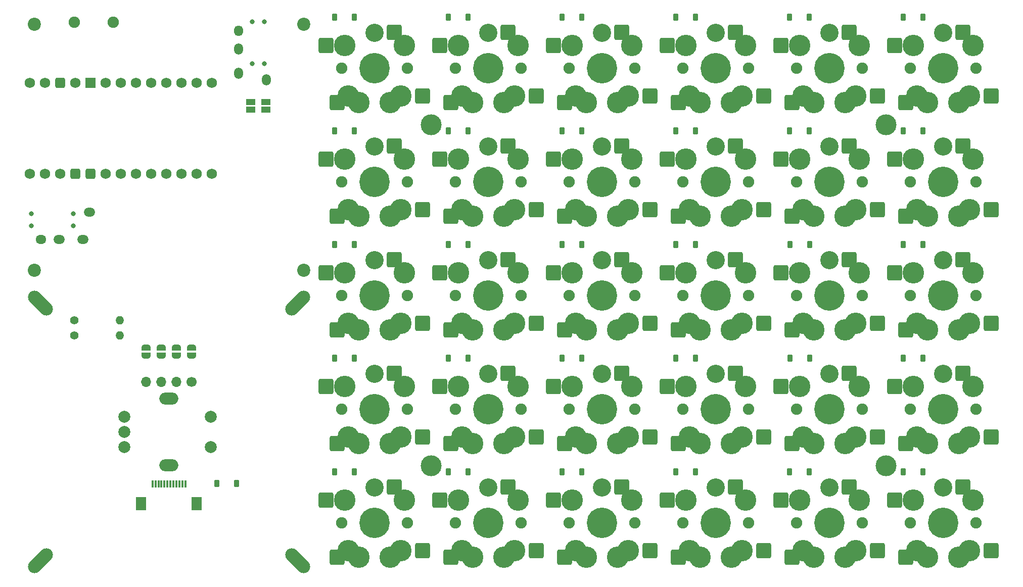
<source format=gbr>
%TF.GenerationSoftware,KiCad,Pcbnew,7.0.5*%
%TF.CreationDate,2024-09-25T00:12:03+08:00*%
%TF.ProjectId,TPS,5450532e-6b69-4636-9164-5f7063625858,rev?*%
%TF.SameCoordinates,Original*%
%TF.FileFunction,Soldermask,Top*%
%TF.FilePolarity,Negative*%
%FSLAX46Y46*%
G04 Gerber Fmt 4.6, Leading zero omitted, Abs format (unit mm)*
G04 Created by KiCad (PCBNEW 7.0.5) date 2024-09-25 00:12:03*
%MOMM*%
%LPD*%
G01*
G04 APERTURE LIST*
G04 Aperture macros list*
%AMRoundRect*
0 Rectangle with rounded corners*
0 $1 Rounding radius*
0 $2 $3 $4 $5 $6 $7 $8 $9 X,Y pos of 4 corners*
0 Add a 4 corners polygon primitive as box body*
4,1,4,$2,$3,$4,$5,$6,$7,$8,$9,$2,$3,0*
0 Add four circle primitives for the rounded corners*
1,1,$1+$1,$2,$3*
1,1,$1+$1,$4,$5*
1,1,$1+$1,$6,$7*
1,1,$1+$1,$8,$9*
0 Add four rect primitives between the rounded corners*
20,1,$1+$1,$2,$3,$4,$5,0*
20,1,$1+$1,$4,$5,$6,$7,0*
20,1,$1+$1,$6,$7,$8,$9,0*
20,1,$1+$1,$8,$9,$2,$3,0*%
%AMHorizOval*
0 Thick line with rounded ends*
0 $1 width*
0 $2 $3 position (X,Y) of the first rounded end (center of the circle)*
0 $4 $5 position (X,Y) of the second rounded end (center of the circle)*
0 Add line between two ends*
20,1,$1,$2,$3,$4,$5,0*
0 Add two circle primitives to create the rounded ends*
1,1,$1,$2,$3*
1,1,$1,$4,$5*%
%AMOutline4P*
0 Free polygon, 4 corners , with rotation*
0 The origin of the aperture is its center*
0 number of corners: always 4*
0 $1 to $8 corner X, Y*
0 $9 Rotation angle, in degrees counterclockwise*
0 create outline with 4 corners*
4,1,4,$1,$2,$3,$4,$5,$6,$7,$8,$1,$2,$9*%
%AMFreePoly0*
4,1,19,0.500000,-0.750000,0.000000,-0.750000,0.000000,-0.744911,-0.071157,-0.744911,-0.207708,-0.704816,-0.327430,-0.627875,-0.420627,-0.520320,-0.479746,-0.390866,-0.500000,-0.250000,-0.500000,0.250000,-0.479746,0.390866,-0.420627,0.520320,-0.327430,0.627875,-0.207708,0.704816,-0.071157,0.744911,0.000000,0.744911,0.000000,0.750000,0.500000,0.750000,0.500000,-0.750000,0.500000,-0.750000,
$1*%
%AMFreePoly1*
4,1,19,0.000000,0.744911,0.071157,0.744911,0.207708,0.704816,0.327430,0.627875,0.420627,0.520320,0.479746,0.390866,0.500000,0.250000,0.500000,-0.250000,0.479746,-0.390866,0.420627,-0.520320,0.327430,-0.627875,0.207708,-0.704816,0.071157,-0.744911,0.000000,-0.744911,0.000000,-0.750000,-0.500000,-0.750000,-0.500000,0.750000,0.000000,0.750000,0.000000,0.744911,0.000000,0.744911,
$1*%
G04 Aperture macros list end*
%ADD10C,0.800000*%
%ADD11O,1.900000X1.500000*%
%ADD12O,1.800000X1.500000*%
%ADD13O,1.500000X1.900000*%
%ADD14O,1.500000X1.800000*%
%ADD15C,2.200000*%
%ADD16C,3.500000*%
%ADD17RoundRect,0.225000X0.225000X0.375000X-0.225000X0.375000X-0.225000X-0.375000X0.225000X-0.375000X0*%
%ADD18HorizOval,2.200000X0.989949X0.989949X-0.989949X-0.989949X0*%
%ADD19C,1.900000*%
%ADD20C,3.050000*%
%ADD21C,5.100000*%
%ADD22C,3.600000*%
%ADD23RoundRect,0.250000X-1.000000X-1.000000X1.000000X-1.000000X1.000000X1.000000X-1.000000X1.000000X0*%
%ADD24FreePoly0,90.000000*%
%ADD25FreePoly1,90.000000*%
%ADD26O,3.200000X2.000000*%
%ADD27C,2.000000*%
%ADD28C,1.400000*%
%ADD29O,1.400000X1.400000*%
%ADD30HorizOval,2.200000X-0.989949X-0.989949X0.989949X0.989949X0*%
%ADD31R,1.500000X1.000000*%
%ADD32HorizOval,2.200000X-0.989949X0.989949X0.989949X-0.989949X0*%
%ADD33C,1.700000*%
%ADD34O,1.700000X1.700000*%
%ADD35R,1.800000X2.200000*%
%ADD36R,0.300000X1.300000*%
%ADD37C,1.752600*%
%ADD38RoundRect,0.438150X0.438150X0.438150X-0.438150X0.438150X-0.438150X-0.438150X0.438150X-0.438150X0*%
%ADD39Outline4P,-0.876300X-0.876300X0.876300X-0.876300X0.876300X0.876300X-0.876300X0.876300X180.000000*%
G04 APERTURE END LIST*
D10*
%TO.C,T2*%
X40211000Y-64937500D03*
X47211000Y-64937500D03*
X40211000Y-62937500D03*
X47211000Y-62937500D03*
D11*
X48811000Y-67237500D03*
D12*
X41763000Y-67237500D03*
D11*
X44811000Y-67237500D03*
X49911000Y-62637500D03*
%TD*%
D10*
%TO.C,T1*%
X77214000Y-30750000D03*
X77214000Y-37750000D03*
X79214000Y-30750000D03*
X79214000Y-37750000D03*
D13*
X74914000Y-39350000D03*
D14*
X74914000Y-32302000D03*
D13*
X74914000Y-35350000D03*
X79514000Y-40450000D03*
%TD*%
D15*
%TO.C,H13*%
X85775000Y-72386000D03*
%TD*%
%TO.C,H12*%
X40661000Y-72386000D03*
%TD*%
D16*
%TO.C,H4*%
X183375000Y-105200000D03*
%TD*%
D17*
%TO.C,D16*%
X151400000Y-30000000D03*
X148100000Y-30000000D03*
%TD*%
D18*
%TO.C,H10*%
X84775000Y-77936000D03*
%TD*%
D17*
%TO.C,D24*%
X170580000Y-87150000D03*
X167280000Y-87150000D03*
%TD*%
D19*
%TO.C,SW19*%
X149300000Y-95675000D03*
D20*
X154800000Y-89775000D03*
D21*
X154800000Y-95675000D03*
D19*
X160300000Y-95675000D03*
D22*
X157400000Y-101425000D03*
D23*
X158100000Y-89675000D03*
D22*
X159200000Y-100375000D03*
X159800000Y-91875000D03*
D23*
X162840000Y-100375000D03*
X146700000Y-91875000D03*
X148525000Y-101425000D03*
D22*
X149800000Y-91875000D03*
X150400000Y-100375000D03*
X152200000Y-101425000D03*
%TD*%
D15*
%TO.C,H7*%
X85775000Y-31200000D03*
%TD*%
D17*
%TO.C,D20*%
X151400000Y-106200000D03*
X148100000Y-106200000D03*
%TD*%
%TO.C,D1*%
X94250000Y-30000000D03*
X90950000Y-30000000D03*
%TD*%
D16*
%TO.C,H1*%
X107175000Y-48050000D03*
%TD*%
D17*
%TO.C,D22*%
X170450000Y-49050000D03*
X167150000Y-49050000D03*
%TD*%
D19*
%TO.C,SW3*%
X92150000Y-76625000D03*
D20*
X97650000Y-70725000D03*
D21*
X97650000Y-76625000D03*
D19*
X103150000Y-76625000D03*
D22*
X100250000Y-82375000D03*
D23*
X100950000Y-70625000D03*
D22*
X102050000Y-81325000D03*
X102650000Y-72825000D03*
D23*
X105690000Y-81325000D03*
X89550000Y-72825000D03*
X91375000Y-82375000D03*
D22*
X92650000Y-72825000D03*
X93250000Y-81325000D03*
X95050000Y-82375000D03*
%TD*%
D19*
%TO.C,SW4*%
X92150000Y-95675000D03*
D20*
X97650000Y-89775000D03*
D21*
X97650000Y-95675000D03*
D19*
X103150000Y-95675000D03*
D22*
X100250000Y-101425000D03*
D23*
X100950000Y-89675000D03*
D22*
X102050000Y-100375000D03*
X102650000Y-91875000D03*
D23*
X105690000Y-100375000D03*
X89550000Y-91875000D03*
X91375000Y-101425000D03*
D22*
X92650000Y-91875000D03*
X93250000Y-100375000D03*
X95050000Y-101425000D03*
%TD*%
D17*
%TO.C,D27*%
X189500000Y-49050000D03*
X186200000Y-49050000D03*
%TD*%
D19*
%TO.C,SW1*%
X92150000Y-38525000D03*
D20*
X97650000Y-32625000D03*
D21*
X97650000Y-38525000D03*
D19*
X103150000Y-38525000D03*
D22*
X100250000Y-44275000D03*
D23*
X100950000Y-32525000D03*
D22*
X102050000Y-43225000D03*
X102650000Y-34725000D03*
D23*
X105690000Y-43225000D03*
X89550000Y-34725000D03*
X91375000Y-44275000D03*
D22*
X92650000Y-34725000D03*
X93250000Y-43225000D03*
X95050000Y-44275000D03*
%TD*%
D17*
%TO.C,D7*%
X113300000Y-49050000D03*
X110000000Y-49050000D03*
%TD*%
D19*
%TO.C,SW8*%
X111200000Y-76625000D03*
D20*
X116700000Y-70725000D03*
D21*
X116700000Y-76625000D03*
D19*
X122200000Y-76625000D03*
D22*
X119300000Y-82375000D03*
D23*
X120000000Y-70625000D03*
D22*
X121100000Y-81325000D03*
X121700000Y-72825000D03*
D23*
X124740000Y-81325000D03*
X108600000Y-72825000D03*
X110425000Y-82375000D03*
D22*
X111700000Y-72825000D03*
X112300000Y-81325000D03*
X114100000Y-82375000D03*
%TD*%
D19*
%TO.C,SW5*%
X92150000Y-114725000D03*
D20*
X97650000Y-108825000D03*
D21*
X97650000Y-114725000D03*
D19*
X103150000Y-114725000D03*
D22*
X100250000Y-120475000D03*
D23*
X100950000Y-108725000D03*
D22*
X102050000Y-119425000D03*
X102650000Y-110925000D03*
D23*
X105690000Y-119425000D03*
X89550000Y-110925000D03*
X91375000Y-120475000D03*
D22*
X92650000Y-110925000D03*
X93250000Y-119425000D03*
X95050000Y-120475000D03*
%TD*%
D16*
%TO.C,H2*%
X107175000Y-105200000D03*
%TD*%
D19*
%TO.C,SW11*%
X130250000Y-38525000D03*
D20*
X135750000Y-32625000D03*
D21*
X135750000Y-38525000D03*
D19*
X141250000Y-38525000D03*
D22*
X138350000Y-44275000D03*
D23*
X139050000Y-32525000D03*
D22*
X140150000Y-43225000D03*
X140750000Y-34725000D03*
D23*
X143790000Y-43225000D03*
X127650000Y-34725000D03*
X129475000Y-44275000D03*
D22*
X130750000Y-34725000D03*
X131350000Y-43225000D03*
X133150000Y-44275000D03*
%TD*%
D17*
%TO.C,D2*%
X94250000Y-49050000D03*
X90950000Y-49050000D03*
%TD*%
%TO.C,D30*%
X189500000Y-106200000D03*
X186200000Y-106200000D03*
%TD*%
D19*
%TO.C,SW30*%
X187400000Y-114725000D03*
D20*
X192900000Y-108825000D03*
D21*
X192900000Y-114725000D03*
D19*
X198400000Y-114725000D03*
D22*
X195500000Y-120475000D03*
D23*
X196200000Y-108725000D03*
D22*
X197300000Y-119425000D03*
X197900000Y-110925000D03*
D23*
X200940000Y-119425000D03*
X184800000Y-110925000D03*
X186625000Y-120475000D03*
D22*
X187900000Y-110925000D03*
X188500000Y-119425000D03*
X190300000Y-120475000D03*
%TD*%
D17*
%TO.C,D8*%
X113300000Y-68100000D03*
X110000000Y-68100000D03*
%TD*%
D19*
%TO.C,SW21*%
X168350000Y-38525000D03*
D20*
X173850000Y-32625000D03*
D21*
X173850000Y-38525000D03*
D19*
X179350000Y-38525000D03*
D22*
X176450000Y-44275000D03*
D23*
X177150000Y-32525000D03*
D22*
X178250000Y-43225000D03*
X178850000Y-34725000D03*
D23*
X181890000Y-43225000D03*
X165750000Y-34725000D03*
X167575000Y-44275000D03*
D22*
X168850000Y-34725000D03*
X169450000Y-43225000D03*
X171250000Y-44275000D03*
%TD*%
D19*
%TO.C,SW27*%
X187400000Y-57575000D03*
D20*
X192900000Y-51675000D03*
D21*
X192900000Y-57575000D03*
D19*
X198400000Y-57575000D03*
D22*
X195500000Y-63325000D03*
D23*
X196200000Y-51575000D03*
D22*
X197300000Y-62275000D03*
X197900000Y-53775000D03*
D23*
X200940000Y-62275000D03*
X184800000Y-53775000D03*
X186625000Y-63325000D03*
D22*
X187900000Y-53775000D03*
X188500000Y-62275000D03*
X190300000Y-63325000D03*
%TD*%
D19*
%TO.C,SW10*%
X111200000Y-114725000D03*
D20*
X116700000Y-108825000D03*
D21*
X116700000Y-114725000D03*
D19*
X122200000Y-114725000D03*
D22*
X119300000Y-120475000D03*
D23*
X120000000Y-108725000D03*
D22*
X121100000Y-119425000D03*
X121700000Y-110925000D03*
D23*
X124740000Y-119425000D03*
X108600000Y-110925000D03*
X110425000Y-120475000D03*
D22*
X111700000Y-110925000D03*
X112300000Y-119425000D03*
X114100000Y-120475000D03*
%TD*%
D15*
%TO.C,H6*%
X40661000Y-31200000D03*
%TD*%
D19*
%TO.C,SW26*%
X187400000Y-38525000D03*
D20*
X192900000Y-32625000D03*
D21*
X192900000Y-38525000D03*
D19*
X198400000Y-38525000D03*
D22*
X195500000Y-44275000D03*
D23*
X196200000Y-32525000D03*
D22*
X197300000Y-43225000D03*
X197900000Y-34725000D03*
D23*
X200940000Y-43225000D03*
X184800000Y-34725000D03*
X186625000Y-44275000D03*
D22*
X187900000Y-34725000D03*
X188500000Y-43225000D03*
X190300000Y-44275000D03*
%TD*%
D17*
%TO.C,D23*%
X170580000Y-68100000D03*
X167280000Y-68100000D03*
%TD*%
D16*
%TO.C,H3*%
X183375000Y-48050000D03*
%TD*%
D24*
%TO.C,JP5*%
X67027500Y-86693000D03*
D25*
X67027500Y-85393000D03*
%TD*%
D19*
%TO.C,SW28*%
X187400000Y-76625000D03*
D20*
X192900000Y-70725000D03*
D21*
X192900000Y-76625000D03*
D19*
X198400000Y-76625000D03*
D22*
X195500000Y-82375000D03*
D23*
X196200000Y-70625000D03*
D22*
X197300000Y-81325000D03*
X197900000Y-72825000D03*
D23*
X200940000Y-81325000D03*
X184800000Y-72825000D03*
X186625000Y-82375000D03*
D22*
X187900000Y-72825000D03*
X188500000Y-81325000D03*
X190300000Y-82375000D03*
%TD*%
D17*
%TO.C,D14*%
X132350000Y-87150000D03*
X129050000Y-87150000D03*
%TD*%
%TO.C,D31*%
X74571000Y-108125000D03*
X71271000Y-108125000D03*
%TD*%
D19*
%TO.C,SW22*%
X168350000Y-57575000D03*
D20*
X173850000Y-51675000D03*
D21*
X173850000Y-57575000D03*
D19*
X179350000Y-57575000D03*
D22*
X176450000Y-63325000D03*
D23*
X177150000Y-51575000D03*
D22*
X178250000Y-62275000D03*
X178850000Y-53775000D03*
D23*
X181890000Y-62275000D03*
X165750000Y-53775000D03*
X167575000Y-63325000D03*
D22*
X168850000Y-53775000D03*
X169450000Y-62275000D03*
X171250000Y-63325000D03*
%TD*%
D17*
%TO.C,D4*%
X94250000Y-87150000D03*
X90950000Y-87150000D03*
%TD*%
%TO.C,D17*%
X151400000Y-49050000D03*
X148100000Y-49050000D03*
%TD*%
%TO.C,D13*%
X132350000Y-68100000D03*
X129050000Y-68100000D03*
%TD*%
%TO.C,D12*%
X132350000Y-49050000D03*
X129050000Y-49050000D03*
%TD*%
D26*
%TO.C,SW31*%
X63218000Y-93893000D03*
X63218000Y-105093000D03*
D27*
X55718000Y-96993000D03*
X55718000Y-101993000D03*
X55718000Y-99493000D03*
X70218000Y-96993000D03*
X70218000Y-101993000D03*
%TD*%
D19*
%TO.C,SW16*%
X149300000Y-38525000D03*
D20*
X154800000Y-32625000D03*
D21*
X154800000Y-38525000D03*
D19*
X160300000Y-38525000D03*
D22*
X157400000Y-44275000D03*
D23*
X158100000Y-32525000D03*
D22*
X159200000Y-43225000D03*
X159800000Y-34725000D03*
D23*
X162840000Y-43225000D03*
X146700000Y-34725000D03*
X148525000Y-44275000D03*
D22*
X149800000Y-34725000D03*
X150400000Y-43225000D03*
X152200000Y-44275000D03*
%TD*%
D28*
%TO.C,R1*%
X47351000Y-83343000D03*
D29*
X54971000Y-83343000D03*
%TD*%
D19*
%TO.C,SW15*%
X130250000Y-114725000D03*
D20*
X135750000Y-108825000D03*
D21*
X135750000Y-114725000D03*
D19*
X141250000Y-114725000D03*
D22*
X138350000Y-120475000D03*
D23*
X139050000Y-108725000D03*
D22*
X140150000Y-119425000D03*
X140750000Y-110925000D03*
D23*
X143790000Y-119425000D03*
X127650000Y-110925000D03*
X129475000Y-120475000D03*
D22*
X130750000Y-110925000D03*
X131350000Y-119425000D03*
X133150000Y-120475000D03*
%TD*%
D30*
%TO.C,H9*%
X41661000Y-121050000D03*
%TD*%
D19*
%TO.C,SW14*%
X130250000Y-95675000D03*
D20*
X135750000Y-89775000D03*
D21*
X135750000Y-95675000D03*
D19*
X141250000Y-95675000D03*
D22*
X138350000Y-101425000D03*
D23*
X139050000Y-89675000D03*
D22*
X140150000Y-100375000D03*
X140750000Y-91875000D03*
D23*
X143790000Y-100375000D03*
X127650000Y-91875000D03*
X129475000Y-101425000D03*
D22*
X130750000Y-91875000D03*
X131350000Y-100375000D03*
X133150000Y-101425000D03*
%TD*%
D17*
%TO.C,D19*%
X151400000Y-87150000D03*
X148100000Y-87150000D03*
%TD*%
%TO.C,D21*%
X170450000Y-30000000D03*
X167150000Y-30000000D03*
%TD*%
D19*
%TO.C,SW20*%
X149300000Y-114725000D03*
D20*
X154800000Y-108825000D03*
D21*
X154800000Y-114725000D03*
D19*
X160300000Y-114725000D03*
D22*
X157400000Y-120475000D03*
D23*
X158100000Y-108725000D03*
D22*
X159200000Y-119425000D03*
X159800000Y-110925000D03*
D23*
X162840000Y-119425000D03*
X146700000Y-110925000D03*
X148525000Y-120475000D03*
D22*
X149800000Y-110925000D03*
X150400000Y-119425000D03*
X152200000Y-120475000D03*
%TD*%
D24*
%TO.C,JP7*%
X61947500Y-86693000D03*
D25*
X61947500Y-85393000D03*
%TD*%
D31*
%TO.C,JP1*%
X76944000Y-45500000D03*
X76944000Y-44200000D03*
%TD*%
%TO.C,JP2*%
X79484000Y-45500000D03*
X79484000Y-44200000D03*
%TD*%
D19*
%TO.C,RST1*%
X53851000Y-30823000D03*
X47351000Y-30823000D03*
%TD*%
%TO.C,SW17*%
X149300000Y-57575000D03*
D20*
X154800000Y-51675000D03*
D21*
X154800000Y-57575000D03*
D19*
X160300000Y-57575000D03*
D22*
X157400000Y-63325000D03*
D23*
X158100000Y-51575000D03*
D22*
X159200000Y-62275000D03*
X159800000Y-53775000D03*
D23*
X162840000Y-62275000D03*
X146700000Y-53775000D03*
X148525000Y-63325000D03*
D22*
X149800000Y-53775000D03*
X150400000Y-62275000D03*
X152200000Y-63325000D03*
%TD*%
D17*
%TO.C,D3*%
X94250000Y-68100000D03*
X90950000Y-68100000D03*
%TD*%
D19*
%TO.C,SW6*%
X111200000Y-38525000D03*
D20*
X116700000Y-32625000D03*
D21*
X116700000Y-38525000D03*
D19*
X122200000Y-38525000D03*
D22*
X119300000Y-44275000D03*
D23*
X120000000Y-32525000D03*
D22*
X121100000Y-43225000D03*
X121700000Y-34725000D03*
D23*
X124740000Y-43225000D03*
X108600000Y-34725000D03*
X110425000Y-44275000D03*
D22*
X111700000Y-34725000D03*
X112300000Y-43225000D03*
X114100000Y-44275000D03*
%TD*%
D19*
%TO.C,SW13*%
X130250000Y-76625000D03*
D20*
X135750000Y-70725000D03*
D21*
X135750000Y-76625000D03*
D19*
X141250000Y-76625000D03*
D22*
X138350000Y-82375000D03*
D23*
X139050000Y-70625000D03*
D22*
X140150000Y-81325000D03*
X140750000Y-72825000D03*
D23*
X143790000Y-81325000D03*
X127650000Y-72825000D03*
X129475000Y-82375000D03*
D22*
X130750000Y-72825000D03*
X131350000Y-81325000D03*
X133150000Y-82375000D03*
%TD*%
D17*
%TO.C,D18*%
X151400000Y-68100000D03*
X148100000Y-68100000D03*
%TD*%
D19*
%TO.C,SW24*%
X168350000Y-95675000D03*
D20*
X173850000Y-89775000D03*
D21*
X173850000Y-95675000D03*
D19*
X179350000Y-95675000D03*
D22*
X176450000Y-101425000D03*
D23*
X177150000Y-89675000D03*
D22*
X178250000Y-100375000D03*
X178850000Y-91875000D03*
D23*
X181890000Y-100375000D03*
X165750000Y-91875000D03*
X167575000Y-101425000D03*
D22*
X168850000Y-91875000D03*
X169450000Y-100375000D03*
X171250000Y-101425000D03*
%TD*%
D19*
%TO.C,SW18*%
X149300000Y-76625000D03*
D20*
X154800000Y-70725000D03*
D21*
X154800000Y-76625000D03*
D19*
X160300000Y-76625000D03*
D22*
X157400000Y-82375000D03*
D23*
X158100000Y-70625000D03*
D22*
X159200000Y-81325000D03*
X159800000Y-72825000D03*
D23*
X162840000Y-81325000D03*
X146700000Y-72825000D03*
X148525000Y-82375000D03*
D22*
X149800000Y-72825000D03*
X150400000Y-81325000D03*
X152200000Y-82375000D03*
%TD*%
D32*
%TO.C,H8*%
X41661000Y-77936000D03*
%TD*%
D17*
%TO.C,D9*%
X113300000Y-87150000D03*
X110000000Y-87150000D03*
%TD*%
D19*
%TO.C,SW12*%
X130250000Y-57575000D03*
D20*
X135750000Y-51675000D03*
D21*
X135750000Y-57575000D03*
D19*
X141250000Y-57575000D03*
D22*
X138350000Y-63325000D03*
D23*
X139050000Y-51575000D03*
D22*
X140150000Y-62275000D03*
X140750000Y-53775000D03*
D23*
X143790000Y-62275000D03*
X127650000Y-53775000D03*
X129475000Y-63325000D03*
D22*
X130750000Y-53775000D03*
X131350000Y-62275000D03*
X133150000Y-63325000D03*
%TD*%
D17*
%TO.C,D10*%
X113300000Y-106200000D03*
X110000000Y-106200000D03*
%TD*%
%TO.C,D11*%
X132350000Y-30000000D03*
X129050000Y-30000000D03*
%TD*%
%TO.C,D29*%
X189500000Y-87150000D03*
X186200000Y-87150000D03*
%TD*%
D33*
%TO.C,J1*%
X67027500Y-91123000D03*
D34*
X64487500Y-91123000D03*
X61947500Y-91123000D03*
X59407500Y-91123000D03*
%TD*%
D19*
%TO.C,SW7*%
X111200000Y-57575000D03*
D20*
X116700000Y-51675000D03*
D21*
X116700000Y-57575000D03*
D19*
X122200000Y-57575000D03*
D22*
X119300000Y-63325000D03*
D23*
X120000000Y-51575000D03*
D22*
X121100000Y-62275000D03*
X121700000Y-53775000D03*
D23*
X124740000Y-62275000D03*
X108600000Y-53775000D03*
X110425000Y-63325000D03*
D22*
X111700000Y-53775000D03*
X112300000Y-62275000D03*
X114100000Y-63325000D03*
%TD*%
D35*
%TO.C,J2*%
X58571000Y-111493000D03*
X67871000Y-111493000D03*
D36*
X60471000Y-108243000D03*
X60971000Y-108243000D03*
X61471000Y-108243000D03*
X61971000Y-108243000D03*
X62471000Y-108243000D03*
X62971000Y-108243000D03*
X63471000Y-108243000D03*
X63971000Y-108243000D03*
X64471000Y-108243000D03*
X64971000Y-108243000D03*
X65471000Y-108243000D03*
X65971000Y-108243000D03*
%TD*%
D32*
%TO.C,H11*%
X84775000Y-121050000D03*
%TD*%
D17*
%TO.C,D5*%
X94250000Y-106200000D03*
X90950000Y-106200000D03*
%TD*%
D28*
%TO.C,R2*%
X47351000Y-80803000D03*
D29*
X54971000Y-80803000D03*
%TD*%
D17*
%TO.C,D26*%
X189500000Y-30000000D03*
X186200000Y-30000000D03*
%TD*%
D19*
%TO.C,SW25*%
X168350000Y-114725000D03*
D20*
X173850000Y-108825000D03*
D21*
X173850000Y-114725000D03*
D19*
X179350000Y-114725000D03*
D22*
X176450000Y-120475000D03*
D23*
X177150000Y-108725000D03*
D22*
X178250000Y-119425000D03*
X178850000Y-110925000D03*
D23*
X181890000Y-119425000D03*
X165750000Y-110925000D03*
X167575000Y-120475000D03*
D22*
X168850000Y-110925000D03*
X169450000Y-119425000D03*
X171250000Y-120475000D03*
%TD*%
D17*
%TO.C,D6*%
X113300000Y-30000000D03*
X110000000Y-30000000D03*
%TD*%
D19*
%TO.C,SW2*%
X92150000Y-57575000D03*
D20*
X97650000Y-51675000D03*
D21*
X97650000Y-57575000D03*
D19*
X103150000Y-57575000D03*
D22*
X100250000Y-63325000D03*
D23*
X100950000Y-51575000D03*
D22*
X102050000Y-62275000D03*
X102650000Y-53775000D03*
D23*
X105690000Y-62275000D03*
X89550000Y-53775000D03*
X91375000Y-63325000D03*
D22*
X92650000Y-53775000D03*
X93250000Y-62275000D03*
X95050000Y-63325000D03*
%TD*%
D17*
%TO.C,D28*%
X189500000Y-68100000D03*
X186200000Y-68100000D03*
%TD*%
D19*
%TO.C,SW29*%
X187400000Y-95675000D03*
D20*
X192900000Y-89775000D03*
D21*
X192900000Y-95675000D03*
D19*
X198400000Y-95675000D03*
D22*
X195500000Y-101425000D03*
D23*
X196200000Y-89675000D03*
D22*
X197300000Y-100375000D03*
X197900000Y-91875000D03*
D23*
X200940000Y-100375000D03*
X184800000Y-91875000D03*
X186625000Y-101425000D03*
D22*
X187900000Y-91875000D03*
X188500000Y-100375000D03*
X190300000Y-101425000D03*
%TD*%
D19*
%TO.C,SW9*%
X111200000Y-95675000D03*
D20*
X116700000Y-89775000D03*
D21*
X116700000Y-95675000D03*
D19*
X122200000Y-95675000D03*
D22*
X119300000Y-101425000D03*
D23*
X120000000Y-89675000D03*
D22*
X121100000Y-100375000D03*
X121700000Y-91875000D03*
D23*
X124740000Y-100375000D03*
X108600000Y-91875000D03*
X110425000Y-101425000D03*
D22*
X111700000Y-91875000D03*
X112300000Y-100375000D03*
X114100000Y-101425000D03*
%TD*%
D24*
%TO.C,JP6*%
X64487500Y-86693000D03*
D25*
X64487500Y-85393000D03*
%TD*%
D24*
%TO.C,JP8*%
X59407500Y-86693000D03*
D25*
X59407500Y-85393000D03*
%TD*%
D17*
%TO.C,D15*%
X132350000Y-106200000D03*
X129050000Y-106200000D03*
%TD*%
%TO.C,D25*%
X170450000Y-106200000D03*
X167150000Y-106200000D03*
%TD*%
D19*
%TO.C,SW23*%
X168350000Y-76625000D03*
D20*
X173850000Y-70725000D03*
D21*
X173850000Y-76625000D03*
D19*
X179350000Y-76625000D03*
D22*
X176450000Y-82375000D03*
D23*
X177150000Y-70625000D03*
D22*
X178250000Y-81325000D03*
X178850000Y-72825000D03*
D23*
X181890000Y-81325000D03*
X165750000Y-72825000D03*
X167575000Y-82375000D03*
D22*
X168850000Y-72825000D03*
X169450000Y-81325000D03*
X171250000Y-82375000D03*
%TD*%
D37*
%TO.C,U1*%
X39881000Y-56229500D03*
X42421000Y-56229500D03*
X44961000Y-56229500D03*
D38*
X47501000Y-56229500D03*
X50041000Y-56229500D03*
D37*
X52581000Y-56229500D03*
X55121000Y-56229500D03*
X57661000Y-56229500D03*
X60201000Y-56229500D03*
X62741000Y-56229500D03*
X65281000Y-56229500D03*
X67821000Y-56229500D03*
X70361000Y-56229500D03*
X70361000Y-40989500D03*
X67821000Y-40989500D03*
X65281000Y-40989500D03*
X62741000Y-40989500D03*
X60201000Y-40989500D03*
X57661000Y-40989500D03*
X55121000Y-40989500D03*
X52581000Y-40989500D03*
D39*
X50041000Y-40989500D03*
D37*
X47501000Y-40989500D03*
D38*
X44961000Y-40989500D03*
D37*
X42421000Y-40989500D03*
X39881000Y-40989500D03*
%TD*%
M02*

</source>
